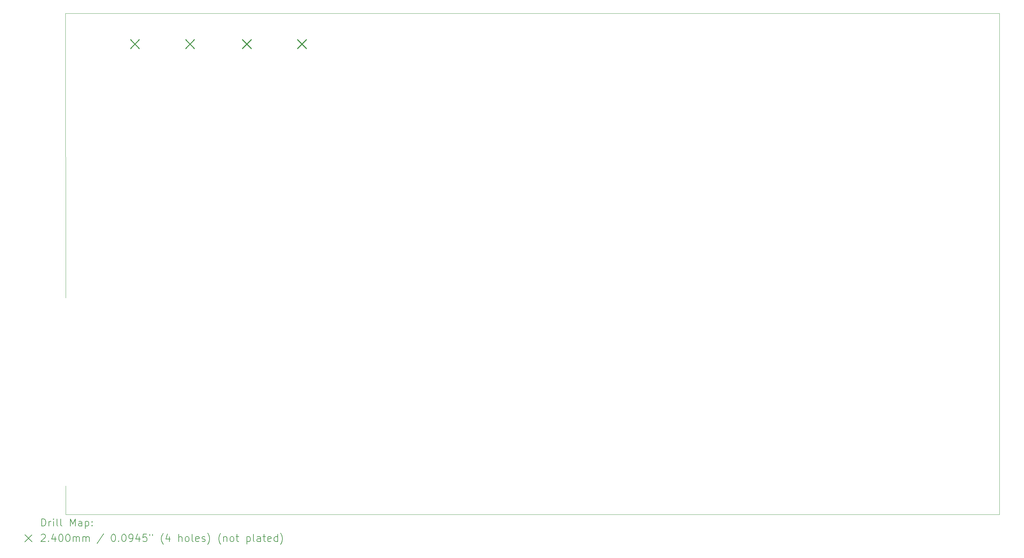
<source format=gbr>
%FSLAX45Y45*%
G04 Gerber Fmt 4.5, Leading zero omitted, Abs format (unit mm)*
G04 Created by KiCad (PCBNEW (6.0.4-0)) date 2022-08-07 13:11:58*
%MOMM*%
%LPD*%
G01*
G04 APERTURE LIST*
%TA.AperFunction,Profile*%
%ADD10C,0.050000*%
%TD*%
%TA.AperFunction,Profile*%
%ADD11C,0.050003*%
%TD*%
%ADD12C,0.200000*%
%ADD13C,0.240000*%
G04 APERTURE END LIST*
D10*
X4737850Y-15903400D02*
X30137100Y-15903400D01*
X30137100Y-15903400D02*
X30137100Y-2247900D01*
X4737850Y-15903400D02*
X4738600Y-15123400D01*
D11*
X30137100Y-2247900D02*
X4737100Y-2247900D01*
D10*
X4737100Y-2247900D02*
X4738600Y-9998400D01*
D12*
D13*
X6502350Y-2965400D02*
X6742350Y-3205400D01*
X6742350Y-2965400D02*
X6502350Y-3205400D01*
X8002350Y-2965400D02*
X8242350Y-3205400D01*
X8242350Y-2965400D02*
X8002350Y-3205400D01*
X9543600Y-2965400D02*
X9783600Y-3205400D01*
X9783600Y-2965400D02*
X9543600Y-3205400D01*
X11043600Y-2965400D02*
X11283600Y-3205400D01*
X11283600Y-2965400D02*
X11043600Y-3205400D01*
D12*
X4085719Y-16216376D02*
X4085719Y-16016376D01*
X4133338Y-16016376D01*
X4161909Y-16025900D01*
X4180957Y-16044948D01*
X4190481Y-16063995D01*
X4200005Y-16102090D01*
X4200005Y-16130662D01*
X4190481Y-16168757D01*
X4180957Y-16187805D01*
X4161909Y-16206852D01*
X4133338Y-16216376D01*
X4085719Y-16216376D01*
X4285719Y-16216376D02*
X4285719Y-16083043D01*
X4285719Y-16121138D02*
X4295243Y-16102090D01*
X4304767Y-16092567D01*
X4323814Y-16083043D01*
X4342862Y-16083043D01*
X4409529Y-16216376D02*
X4409529Y-16083043D01*
X4409529Y-16016376D02*
X4400005Y-16025900D01*
X4409529Y-16035424D01*
X4419052Y-16025900D01*
X4409529Y-16016376D01*
X4409529Y-16035424D01*
X4533338Y-16216376D02*
X4514290Y-16206852D01*
X4504767Y-16187805D01*
X4504767Y-16016376D01*
X4638100Y-16216376D02*
X4619052Y-16206852D01*
X4609529Y-16187805D01*
X4609529Y-16016376D01*
X4866671Y-16216376D02*
X4866671Y-16016376D01*
X4933338Y-16159233D01*
X5000005Y-16016376D01*
X5000005Y-16216376D01*
X5180957Y-16216376D02*
X5180957Y-16111614D01*
X5171433Y-16092567D01*
X5152386Y-16083043D01*
X5114290Y-16083043D01*
X5095243Y-16092567D01*
X5180957Y-16206852D02*
X5161910Y-16216376D01*
X5114290Y-16216376D01*
X5095243Y-16206852D01*
X5085719Y-16187805D01*
X5085719Y-16168757D01*
X5095243Y-16149709D01*
X5114290Y-16140186D01*
X5161910Y-16140186D01*
X5180957Y-16130662D01*
X5276195Y-16083043D02*
X5276195Y-16283043D01*
X5276195Y-16092567D02*
X5295243Y-16083043D01*
X5333338Y-16083043D01*
X5352386Y-16092567D01*
X5361910Y-16102090D01*
X5371433Y-16121138D01*
X5371433Y-16178281D01*
X5361910Y-16197328D01*
X5352386Y-16206852D01*
X5333338Y-16216376D01*
X5295243Y-16216376D01*
X5276195Y-16206852D01*
X5457148Y-16197328D02*
X5466671Y-16206852D01*
X5457148Y-16216376D01*
X5447624Y-16206852D01*
X5457148Y-16197328D01*
X5457148Y-16216376D01*
X5457148Y-16092567D02*
X5466671Y-16102090D01*
X5457148Y-16111614D01*
X5447624Y-16102090D01*
X5457148Y-16092567D01*
X5457148Y-16111614D01*
X3628100Y-16445900D02*
X3828100Y-16645900D01*
X3828100Y-16445900D02*
X3628100Y-16645900D01*
X4076195Y-16455424D02*
X4085719Y-16445900D01*
X4104767Y-16436376D01*
X4152386Y-16436376D01*
X4171433Y-16445900D01*
X4180957Y-16455424D01*
X4190481Y-16474471D01*
X4190481Y-16493519D01*
X4180957Y-16522090D01*
X4066671Y-16636376D01*
X4190481Y-16636376D01*
X4276195Y-16617328D02*
X4285719Y-16626852D01*
X4276195Y-16636376D01*
X4266671Y-16626852D01*
X4276195Y-16617328D01*
X4276195Y-16636376D01*
X4457148Y-16503043D02*
X4457148Y-16636376D01*
X4409529Y-16426852D02*
X4361910Y-16569709D01*
X4485719Y-16569709D01*
X4600005Y-16436376D02*
X4619052Y-16436376D01*
X4638100Y-16445900D01*
X4647624Y-16455424D01*
X4657148Y-16474471D01*
X4666671Y-16512567D01*
X4666671Y-16560186D01*
X4657148Y-16598281D01*
X4647624Y-16617328D01*
X4638100Y-16626852D01*
X4619052Y-16636376D01*
X4600005Y-16636376D01*
X4580957Y-16626852D01*
X4571433Y-16617328D01*
X4561910Y-16598281D01*
X4552386Y-16560186D01*
X4552386Y-16512567D01*
X4561910Y-16474471D01*
X4571433Y-16455424D01*
X4580957Y-16445900D01*
X4600005Y-16436376D01*
X4790481Y-16436376D02*
X4809529Y-16436376D01*
X4828576Y-16445900D01*
X4838100Y-16455424D01*
X4847624Y-16474471D01*
X4857148Y-16512567D01*
X4857148Y-16560186D01*
X4847624Y-16598281D01*
X4838100Y-16617328D01*
X4828576Y-16626852D01*
X4809529Y-16636376D01*
X4790481Y-16636376D01*
X4771433Y-16626852D01*
X4761910Y-16617328D01*
X4752386Y-16598281D01*
X4742862Y-16560186D01*
X4742862Y-16512567D01*
X4752386Y-16474471D01*
X4761910Y-16455424D01*
X4771433Y-16445900D01*
X4790481Y-16436376D01*
X4942862Y-16636376D02*
X4942862Y-16503043D01*
X4942862Y-16522090D02*
X4952386Y-16512567D01*
X4971433Y-16503043D01*
X5000005Y-16503043D01*
X5019052Y-16512567D01*
X5028576Y-16531614D01*
X5028576Y-16636376D01*
X5028576Y-16531614D02*
X5038100Y-16512567D01*
X5057148Y-16503043D01*
X5085719Y-16503043D01*
X5104767Y-16512567D01*
X5114290Y-16531614D01*
X5114290Y-16636376D01*
X5209529Y-16636376D02*
X5209529Y-16503043D01*
X5209529Y-16522090D02*
X5219052Y-16512567D01*
X5238100Y-16503043D01*
X5266671Y-16503043D01*
X5285719Y-16512567D01*
X5295243Y-16531614D01*
X5295243Y-16636376D01*
X5295243Y-16531614D02*
X5304767Y-16512567D01*
X5323814Y-16503043D01*
X5352386Y-16503043D01*
X5371433Y-16512567D01*
X5380957Y-16531614D01*
X5380957Y-16636376D01*
X5771433Y-16426852D02*
X5600005Y-16683995D01*
X6028576Y-16436376D02*
X6047624Y-16436376D01*
X6066671Y-16445900D01*
X6076195Y-16455424D01*
X6085719Y-16474471D01*
X6095243Y-16512567D01*
X6095243Y-16560186D01*
X6085719Y-16598281D01*
X6076195Y-16617328D01*
X6066671Y-16626852D01*
X6047624Y-16636376D01*
X6028576Y-16636376D01*
X6009528Y-16626852D01*
X6000005Y-16617328D01*
X5990481Y-16598281D01*
X5980957Y-16560186D01*
X5980957Y-16512567D01*
X5990481Y-16474471D01*
X6000005Y-16455424D01*
X6009528Y-16445900D01*
X6028576Y-16436376D01*
X6180957Y-16617328D02*
X6190481Y-16626852D01*
X6180957Y-16636376D01*
X6171433Y-16626852D01*
X6180957Y-16617328D01*
X6180957Y-16636376D01*
X6314290Y-16436376D02*
X6333338Y-16436376D01*
X6352386Y-16445900D01*
X6361909Y-16455424D01*
X6371433Y-16474471D01*
X6380957Y-16512567D01*
X6380957Y-16560186D01*
X6371433Y-16598281D01*
X6361909Y-16617328D01*
X6352386Y-16626852D01*
X6333338Y-16636376D01*
X6314290Y-16636376D01*
X6295243Y-16626852D01*
X6285719Y-16617328D01*
X6276195Y-16598281D01*
X6266671Y-16560186D01*
X6266671Y-16512567D01*
X6276195Y-16474471D01*
X6285719Y-16455424D01*
X6295243Y-16445900D01*
X6314290Y-16436376D01*
X6476195Y-16636376D02*
X6514290Y-16636376D01*
X6533338Y-16626852D01*
X6542862Y-16617328D01*
X6561909Y-16588757D01*
X6571433Y-16550662D01*
X6571433Y-16474471D01*
X6561909Y-16455424D01*
X6552386Y-16445900D01*
X6533338Y-16436376D01*
X6495243Y-16436376D01*
X6476195Y-16445900D01*
X6466671Y-16455424D01*
X6457148Y-16474471D01*
X6457148Y-16522090D01*
X6466671Y-16541138D01*
X6476195Y-16550662D01*
X6495243Y-16560186D01*
X6533338Y-16560186D01*
X6552386Y-16550662D01*
X6561909Y-16541138D01*
X6571433Y-16522090D01*
X6742862Y-16503043D02*
X6742862Y-16636376D01*
X6695243Y-16426852D02*
X6647624Y-16569709D01*
X6771433Y-16569709D01*
X6942862Y-16436376D02*
X6847624Y-16436376D01*
X6838100Y-16531614D01*
X6847624Y-16522090D01*
X6866671Y-16512567D01*
X6914290Y-16512567D01*
X6933338Y-16522090D01*
X6942862Y-16531614D01*
X6952386Y-16550662D01*
X6952386Y-16598281D01*
X6942862Y-16617328D01*
X6933338Y-16626852D01*
X6914290Y-16636376D01*
X6866671Y-16636376D01*
X6847624Y-16626852D01*
X6838100Y-16617328D01*
X7028576Y-16436376D02*
X7028576Y-16474471D01*
X7104767Y-16436376D02*
X7104767Y-16474471D01*
X7400005Y-16712567D02*
X7390481Y-16703043D01*
X7371433Y-16674471D01*
X7361909Y-16655424D01*
X7352386Y-16626852D01*
X7342862Y-16579233D01*
X7342862Y-16541138D01*
X7352386Y-16493519D01*
X7361909Y-16464948D01*
X7371433Y-16445900D01*
X7390481Y-16417328D01*
X7400005Y-16407805D01*
X7561909Y-16503043D02*
X7561909Y-16636376D01*
X7514290Y-16426852D02*
X7466671Y-16569709D01*
X7590481Y-16569709D01*
X7819052Y-16636376D02*
X7819052Y-16436376D01*
X7904767Y-16636376D02*
X7904767Y-16531614D01*
X7895243Y-16512567D01*
X7876195Y-16503043D01*
X7847624Y-16503043D01*
X7828576Y-16512567D01*
X7819052Y-16522090D01*
X8028576Y-16636376D02*
X8009528Y-16626852D01*
X8000005Y-16617328D01*
X7990481Y-16598281D01*
X7990481Y-16541138D01*
X8000005Y-16522090D01*
X8009528Y-16512567D01*
X8028576Y-16503043D01*
X8057148Y-16503043D01*
X8076195Y-16512567D01*
X8085719Y-16522090D01*
X8095243Y-16541138D01*
X8095243Y-16598281D01*
X8085719Y-16617328D01*
X8076195Y-16626852D01*
X8057148Y-16636376D01*
X8028576Y-16636376D01*
X8209528Y-16636376D02*
X8190481Y-16626852D01*
X8180957Y-16607805D01*
X8180957Y-16436376D01*
X8361909Y-16626852D02*
X8342862Y-16636376D01*
X8304767Y-16636376D01*
X8285719Y-16626852D01*
X8276195Y-16607805D01*
X8276195Y-16531614D01*
X8285719Y-16512567D01*
X8304767Y-16503043D01*
X8342862Y-16503043D01*
X8361909Y-16512567D01*
X8371433Y-16531614D01*
X8371433Y-16550662D01*
X8276195Y-16569709D01*
X8447624Y-16626852D02*
X8466671Y-16636376D01*
X8504767Y-16636376D01*
X8523814Y-16626852D01*
X8533338Y-16607805D01*
X8533338Y-16598281D01*
X8523814Y-16579233D01*
X8504767Y-16569709D01*
X8476195Y-16569709D01*
X8457148Y-16560186D01*
X8447624Y-16541138D01*
X8447624Y-16531614D01*
X8457148Y-16512567D01*
X8476195Y-16503043D01*
X8504767Y-16503043D01*
X8523814Y-16512567D01*
X8600005Y-16712567D02*
X8609529Y-16703043D01*
X8628576Y-16674471D01*
X8638100Y-16655424D01*
X8647624Y-16626852D01*
X8657148Y-16579233D01*
X8657148Y-16541138D01*
X8647624Y-16493519D01*
X8638100Y-16464948D01*
X8628576Y-16445900D01*
X8609529Y-16417328D01*
X8600005Y-16407805D01*
X8961910Y-16712567D02*
X8952386Y-16703043D01*
X8933338Y-16674471D01*
X8923814Y-16655424D01*
X8914290Y-16626852D01*
X8904767Y-16579233D01*
X8904767Y-16541138D01*
X8914290Y-16493519D01*
X8923814Y-16464948D01*
X8933338Y-16445900D01*
X8952386Y-16417328D01*
X8961910Y-16407805D01*
X9038100Y-16503043D02*
X9038100Y-16636376D01*
X9038100Y-16522090D02*
X9047624Y-16512567D01*
X9066671Y-16503043D01*
X9095243Y-16503043D01*
X9114290Y-16512567D01*
X9123814Y-16531614D01*
X9123814Y-16636376D01*
X9247624Y-16636376D02*
X9228576Y-16626852D01*
X9219052Y-16617328D01*
X9209529Y-16598281D01*
X9209529Y-16541138D01*
X9219052Y-16522090D01*
X9228576Y-16512567D01*
X9247624Y-16503043D01*
X9276195Y-16503043D01*
X9295243Y-16512567D01*
X9304767Y-16522090D01*
X9314290Y-16541138D01*
X9314290Y-16598281D01*
X9304767Y-16617328D01*
X9295243Y-16626852D01*
X9276195Y-16636376D01*
X9247624Y-16636376D01*
X9371433Y-16503043D02*
X9447624Y-16503043D01*
X9400005Y-16436376D02*
X9400005Y-16607805D01*
X9409529Y-16626852D01*
X9428576Y-16636376D01*
X9447624Y-16636376D01*
X9666671Y-16503043D02*
X9666671Y-16703043D01*
X9666671Y-16512567D02*
X9685719Y-16503043D01*
X9723814Y-16503043D01*
X9742862Y-16512567D01*
X9752386Y-16522090D01*
X9761910Y-16541138D01*
X9761910Y-16598281D01*
X9752386Y-16617328D01*
X9742862Y-16626852D01*
X9723814Y-16636376D01*
X9685719Y-16636376D01*
X9666671Y-16626852D01*
X9876195Y-16636376D02*
X9857148Y-16626852D01*
X9847624Y-16607805D01*
X9847624Y-16436376D01*
X10038100Y-16636376D02*
X10038100Y-16531614D01*
X10028576Y-16512567D01*
X10009529Y-16503043D01*
X9971433Y-16503043D01*
X9952386Y-16512567D01*
X10038100Y-16626852D02*
X10019052Y-16636376D01*
X9971433Y-16636376D01*
X9952386Y-16626852D01*
X9942862Y-16607805D01*
X9942862Y-16588757D01*
X9952386Y-16569709D01*
X9971433Y-16560186D01*
X10019052Y-16560186D01*
X10038100Y-16550662D01*
X10104767Y-16503043D02*
X10180957Y-16503043D01*
X10133338Y-16436376D02*
X10133338Y-16607805D01*
X10142862Y-16626852D01*
X10161910Y-16636376D01*
X10180957Y-16636376D01*
X10323814Y-16626852D02*
X10304767Y-16636376D01*
X10266671Y-16636376D01*
X10247624Y-16626852D01*
X10238100Y-16607805D01*
X10238100Y-16531614D01*
X10247624Y-16512567D01*
X10266671Y-16503043D01*
X10304767Y-16503043D01*
X10323814Y-16512567D01*
X10333338Y-16531614D01*
X10333338Y-16550662D01*
X10238100Y-16569709D01*
X10504767Y-16636376D02*
X10504767Y-16436376D01*
X10504767Y-16626852D02*
X10485719Y-16636376D01*
X10447624Y-16636376D01*
X10428576Y-16626852D01*
X10419052Y-16617328D01*
X10409529Y-16598281D01*
X10409529Y-16541138D01*
X10419052Y-16522090D01*
X10428576Y-16512567D01*
X10447624Y-16503043D01*
X10485719Y-16503043D01*
X10504767Y-16512567D01*
X10580957Y-16712567D02*
X10590481Y-16703043D01*
X10609529Y-16674471D01*
X10619052Y-16655424D01*
X10628576Y-16626852D01*
X10638100Y-16579233D01*
X10638100Y-16541138D01*
X10628576Y-16493519D01*
X10619052Y-16464948D01*
X10609529Y-16445900D01*
X10590481Y-16417328D01*
X10580957Y-16407805D01*
M02*

</source>
